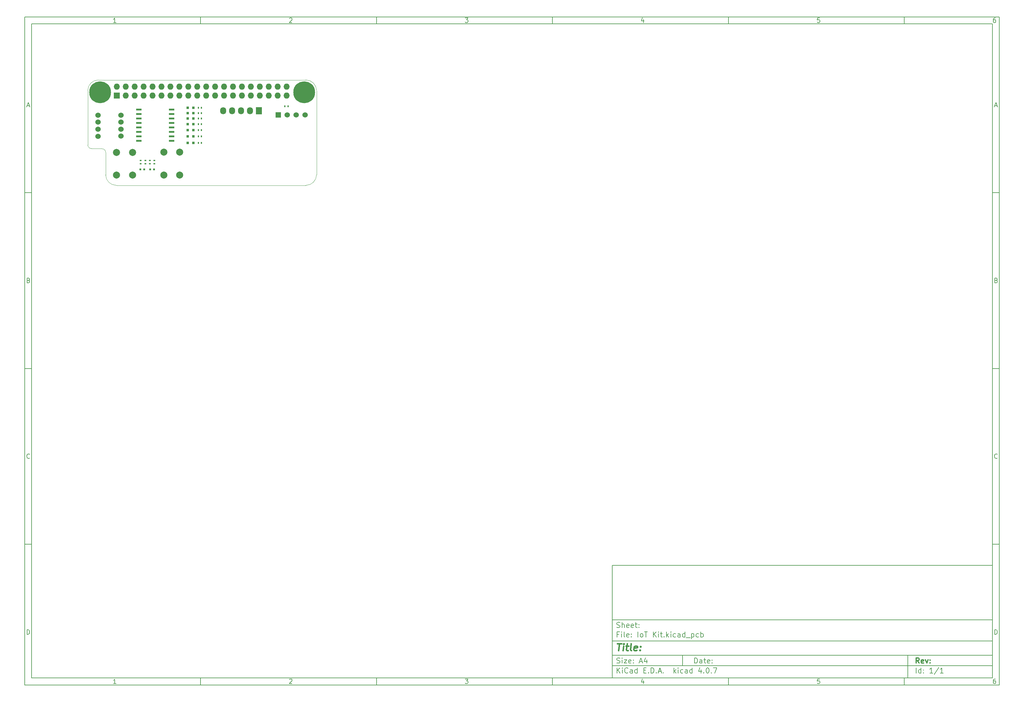
<source format=gbr>
G04 #@! TF.FileFunction,Soldermask,Top*
%FSLAX46Y46*%
G04 Gerber Fmt 4.6, Leading zero omitted, Abs format (unit mm)*
G04 Created by KiCad (PCBNEW 4.0.7) date Thursday 07 December 2017 'o51' 11:51:57*
%MOMM*%
%LPD*%
G01*
G04 APERTURE LIST*
%ADD10C,0.100000*%
%ADD11C,0.150000*%
%ADD12C,0.300000*%
%ADD13C,0.400000*%
%ADD14R,1.727200X2.032000*%
%ADD15O,1.727200X2.032000*%
%ADD16R,1.727200X1.727200*%
%ADD17O,1.727200X1.727200*%
%ADD18C,1.524000*%
%ADD19R,1.524000X1.524000*%
%ADD20C,6.200000*%
%ADD21R,1.500000X0.600000*%
%ADD22C,2.000000*%
%ADD23R,0.600000X0.500000*%
%ADD24R,0.800000X0.800000*%
%ADD25R,0.600000X0.400000*%
%ADD26R,0.400000X0.600000*%
G04 APERTURE END LIST*
D10*
D11*
X177002200Y-166007200D02*
X177002200Y-198007200D01*
X285002200Y-198007200D01*
X285002200Y-166007200D01*
X177002200Y-166007200D01*
D10*
D11*
X10000000Y-10000000D02*
X10000000Y-200007200D01*
X287002200Y-200007200D01*
X287002200Y-10000000D01*
X10000000Y-10000000D01*
D10*
D11*
X12000000Y-12000000D02*
X12000000Y-198007200D01*
X285002200Y-198007200D01*
X285002200Y-12000000D01*
X12000000Y-12000000D01*
D10*
D11*
X60000000Y-12000000D02*
X60000000Y-10000000D01*
D10*
D11*
X110000000Y-12000000D02*
X110000000Y-10000000D01*
D10*
D11*
X160000000Y-12000000D02*
X160000000Y-10000000D01*
D10*
D11*
X210000000Y-12000000D02*
X210000000Y-10000000D01*
D10*
D11*
X260000000Y-12000000D02*
X260000000Y-10000000D01*
D10*
D11*
X35990476Y-11588095D02*
X35247619Y-11588095D01*
X35619048Y-11588095D02*
X35619048Y-10288095D01*
X35495238Y-10473810D01*
X35371429Y-10597619D01*
X35247619Y-10659524D01*
D10*
D11*
X85247619Y-10411905D02*
X85309524Y-10350000D01*
X85433333Y-10288095D01*
X85742857Y-10288095D01*
X85866667Y-10350000D01*
X85928571Y-10411905D01*
X85990476Y-10535714D01*
X85990476Y-10659524D01*
X85928571Y-10845238D01*
X85185714Y-11588095D01*
X85990476Y-11588095D01*
D10*
D11*
X135185714Y-10288095D02*
X135990476Y-10288095D01*
X135557143Y-10783333D01*
X135742857Y-10783333D01*
X135866667Y-10845238D01*
X135928571Y-10907143D01*
X135990476Y-11030952D01*
X135990476Y-11340476D01*
X135928571Y-11464286D01*
X135866667Y-11526190D01*
X135742857Y-11588095D01*
X135371429Y-11588095D01*
X135247619Y-11526190D01*
X135185714Y-11464286D01*
D10*
D11*
X185866667Y-10721429D02*
X185866667Y-11588095D01*
X185557143Y-10226190D02*
X185247619Y-11154762D01*
X186052381Y-11154762D01*
D10*
D11*
X235928571Y-10288095D02*
X235309524Y-10288095D01*
X235247619Y-10907143D01*
X235309524Y-10845238D01*
X235433333Y-10783333D01*
X235742857Y-10783333D01*
X235866667Y-10845238D01*
X235928571Y-10907143D01*
X235990476Y-11030952D01*
X235990476Y-11340476D01*
X235928571Y-11464286D01*
X235866667Y-11526190D01*
X235742857Y-11588095D01*
X235433333Y-11588095D01*
X235309524Y-11526190D01*
X235247619Y-11464286D01*
D10*
D11*
X285866667Y-10288095D02*
X285619048Y-10288095D01*
X285495238Y-10350000D01*
X285433333Y-10411905D01*
X285309524Y-10597619D01*
X285247619Y-10845238D01*
X285247619Y-11340476D01*
X285309524Y-11464286D01*
X285371429Y-11526190D01*
X285495238Y-11588095D01*
X285742857Y-11588095D01*
X285866667Y-11526190D01*
X285928571Y-11464286D01*
X285990476Y-11340476D01*
X285990476Y-11030952D01*
X285928571Y-10907143D01*
X285866667Y-10845238D01*
X285742857Y-10783333D01*
X285495238Y-10783333D01*
X285371429Y-10845238D01*
X285309524Y-10907143D01*
X285247619Y-11030952D01*
D10*
D11*
X60000000Y-198007200D02*
X60000000Y-200007200D01*
D10*
D11*
X110000000Y-198007200D02*
X110000000Y-200007200D01*
D10*
D11*
X160000000Y-198007200D02*
X160000000Y-200007200D01*
D10*
D11*
X210000000Y-198007200D02*
X210000000Y-200007200D01*
D10*
D11*
X260000000Y-198007200D02*
X260000000Y-200007200D01*
D10*
D11*
X35990476Y-199595295D02*
X35247619Y-199595295D01*
X35619048Y-199595295D02*
X35619048Y-198295295D01*
X35495238Y-198481010D01*
X35371429Y-198604819D01*
X35247619Y-198666724D01*
D10*
D11*
X85247619Y-198419105D02*
X85309524Y-198357200D01*
X85433333Y-198295295D01*
X85742857Y-198295295D01*
X85866667Y-198357200D01*
X85928571Y-198419105D01*
X85990476Y-198542914D01*
X85990476Y-198666724D01*
X85928571Y-198852438D01*
X85185714Y-199595295D01*
X85990476Y-199595295D01*
D10*
D11*
X135185714Y-198295295D02*
X135990476Y-198295295D01*
X135557143Y-198790533D01*
X135742857Y-198790533D01*
X135866667Y-198852438D01*
X135928571Y-198914343D01*
X135990476Y-199038152D01*
X135990476Y-199347676D01*
X135928571Y-199471486D01*
X135866667Y-199533390D01*
X135742857Y-199595295D01*
X135371429Y-199595295D01*
X135247619Y-199533390D01*
X135185714Y-199471486D01*
D10*
D11*
X185866667Y-198728629D02*
X185866667Y-199595295D01*
X185557143Y-198233390D02*
X185247619Y-199161962D01*
X186052381Y-199161962D01*
D10*
D11*
X235928571Y-198295295D02*
X235309524Y-198295295D01*
X235247619Y-198914343D01*
X235309524Y-198852438D01*
X235433333Y-198790533D01*
X235742857Y-198790533D01*
X235866667Y-198852438D01*
X235928571Y-198914343D01*
X235990476Y-199038152D01*
X235990476Y-199347676D01*
X235928571Y-199471486D01*
X235866667Y-199533390D01*
X235742857Y-199595295D01*
X235433333Y-199595295D01*
X235309524Y-199533390D01*
X235247619Y-199471486D01*
D10*
D11*
X285866667Y-198295295D02*
X285619048Y-198295295D01*
X285495238Y-198357200D01*
X285433333Y-198419105D01*
X285309524Y-198604819D01*
X285247619Y-198852438D01*
X285247619Y-199347676D01*
X285309524Y-199471486D01*
X285371429Y-199533390D01*
X285495238Y-199595295D01*
X285742857Y-199595295D01*
X285866667Y-199533390D01*
X285928571Y-199471486D01*
X285990476Y-199347676D01*
X285990476Y-199038152D01*
X285928571Y-198914343D01*
X285866667Y-198852438D01*
X285742857Y-198790533D01*
X285495238Y-198790533D01*
X285371429Y-198852438D01*
X285309524Y-198914343D01*
X285247619Y-199038152D01*
D10*
D11*
X10000000Y-60000000D02*
X12000000Y-60000000D01*
D10*
D11*
X10000000Y-110000000D02*
X12000000Y-110000000D01*
D10*
D11*
X10000000Y-160000000D02*
X12000000Y-160000000D01*
D10*
D11*
X10690476Y-35216667D02*
X11309524Y-35216667D01*
X10566667Y-35588095D02*
X11000000Y-34288095D01*
X11433333Y-35588095D01*
D10*
D11*
X11092857Y-84907143D02*
X11278571Y-84969048D01*
X11340476Y-85030952D01*
X11402381Y-85154762D01*
X11402381Y-85340476D01*
X11340476Y-85464286D01*
X11278571Y-85526190D01*
X11154762Y-85588095D01*
X10659524Y-85588095D01*
X10659524Y-84288095D01*
X11092857Y-84288095D01*
X11216667Y-84350000D01*
X11278571Y-84411905D01*
X11340476Y-84535714D01*
X11340476Y-84659524D01*
X11278571Y-84783333D01*
X11216667Y-84845238D01*
X11092857Y-84907143D01*
X10659524Y-84907143D01*
D10*
D11*
X11402381Y-135464286D02*
X11340476Y-135526190D01*
X11154762Y-135588095D01*
X11030952Y-135588095D01*
X10845238Y-135526190D01*
X10721429Y-135402381D01*
X10659524Y-135278571D01*
X10597619Y-135030952D01*
X10597619Y-134845238D01*
X10659524Y-134597619D01*
X10721429Y-134473810D01*
X10845238Y-134350000D01*
X11030952Y-134288095D01*
X11154762Y-134288095D01*
X11340476Y-134350000D01*
X11402381Y-134411905D01*
D10*
D11*
X10659524Y-185588095D02*
X10659524Y-184288095D01*
X10969048Y-184288095D01*
X11154762Y-184350000D01*
X11278571Y-184473810D01*
X11340476Y-184597619D01*
X11402381Y-184845238D01*
X11402381Y-185030952D01*
X11340476Y-185278571D01*
X11278571Y-185402381D01*
X11154762Y-185526190D01*
X10969048Y-185588095D01*
X10659524Y-185588095D01*
D10*
D11*
X287002200Y-60000000D02*
X285002200Y-60000000D01*
D10*
D11*
X287002200Y-110000000D02*
X285002200Y-110000000D01*
D10*
D11*
X287002200Y-160000000D02*
X285002200Y-160000000D01*
D10*
D11*
X285692676Y-35216667D02*
X286311724Y-35216667D01*
X285568867Y-35588095D02*
X286002200Y-34288095D01*
X286435533Y-35588095D01*
D10*
D11*
X286095057Y-84907143D02*
X286280771Y-84969048D01*
X286342676Y-85030952D01*
X286404581Y-85154762D01*
X286404581Y-85340476D01*
X286342676Y-85464286D01*
X286280771Y-85526190D01*
X286156962Y-85588095D01*
X285661724Y-85588095D01*
X285661724Y-84288095D01*
X286095057Y-84288095D01*
X286218867Y-84350000D01*
X286280771Y-84411905D01*
X286342676Y-84535714D01*
X286342676Y-84659524D01*
X286280771Y-84783333D01*
X286218867Y-84845238D01*
X286095057Y-84907143D01*
X285661724Y-84907143D01*
D10*
D11*
X286404581Y-135464286D02*
X286342676Y-135526190D01*
X286156962Y-135588095D01*
X286033152Y-135588095D01*
X285847438Y-135526190D01*
X285723629Y-135402381D01*
X285661724Y-135278571D01*
X285599819Y-135030952D01*
X285599819Y-134845238D01*
X285661724Y-134597619D01*
X285723629Y-134473810D01*
X285847438Y-134350000D01*
X286033152Y-134288095D01*
X286156962Y-134288095D01*
X286342676Y-134350000D01*
X286404581Y-134411905D01*
D10*
D11*
X285661724Y-185588095D02*
X285661724Y-184288095D01*
X285971248Y-184288095D01*
X286156962Y-184350000D01*
X286280771Y-184473810D01*
X286342676Y-184597619D01*
X286404581Y-184845238D01*
X286404581Y-185030952D01*
X286342676Y-185278571D01*
X286280771Y-185402381D01*
X286156962Y-185526190D01*
X285971248Y-185588095D01*
X285661724Y-185588095D01*
D10*
D11*
X200359343Y-193785771D02*
X200359343Y-192285771D01*
X200716486Y-192285771D01*
X200930771Y-192357200D01*
X201073629Y-192500057D01*
X201145057Y-192642914D01*
X201216486Y-192928629D01*
X201216486Y-193142914D01*
X201145057Y-193428629D01*
X201073629Y-193571486D01*
X200930771Y-193714343D01*
X200716486Y-193785771D01*
X200359343Y-193785771D01*
X202502200Y-193785771D02*
X202502200Y-193000057D01*
X202430771Y-192857200D01*
X202287914Y-192785771D01*
X202002200Y-192785771D01*
X201859343Y-192857200D01*
X202502200Y-193714343D02*
X202359343Y-193785771D01*
X202002200Y-193785771D01*
X201859343Y-193714343D01*
X201787914Y-193571486D01*
X201787914Y-193428629D01*
X201859343Y-193285771D01*
X202002200Y-193214343D01*
X202359343Y-193214343D01*
X202502200Y-193142914D01*
X203002200Y-192785771D02*
X203573629Y-192785771D01*
X203216486Y-192285771D02*
X203216486Y-193571486D01*
X203287914Y-193714343D01*
X203430772Y-193785771D01*
X203573629Y-193785771D01*
X204645057Y-193714343D02*
X204502200Y-193785771D01*
X204216486Y-193785771D01*
X204073629Y-193714343D01*
X204002200Y-193571486D01*
X204002200Y-193000057D01*
X204073629Y-192857200D01*
X204216486Y-192785771D01*
X204502200Y-192785771D01*
X204645057Y-192857200D01*
X204716486Y-193000057D01*
X204716486Y-193142914D01*
X204002200Y-193285771D01*
X205359343Y-193642914D02*
X205430771Y-193714343D01*
X205359343Y-193785771D01*
X205287914Y-193714343D01*
X205359343Y-193642914D01*
X205359343Y-193785771D01*
X205359343Y-192857200D02*
X205430771Y-192928629D01*
X205359343Y-193000057D01*
X205287914Y-192928629D01*
X205359343Y-192857200D01*
X205359343Y-193000057D01*
D10*
D11*
X177002200Y-194507200D02*
X285002200Y-194507200D01*
D10*
D11*
X178359343Y-196585771D02*
X178359343Y-195085771D01*
X179216486Y-196585771D02*
X178573629Y-195728629D01*
X179216486Y-195085771D02*
X178359343Y-195942914D01*
X179859343Y-196585771D02*
X179859343Y-195585771D01*
X179859343Y-195085771D02*
X179787914Y-195157200D01*
X179859343Y-195228629D01*
X179930771Y-195157200D01*
X179859343Y-195085771D01*
X179859343Y-195228629D01*
X181430772Y-196442914D02*
X181359343Y-196514343D01*
X181145057Y-196585771D01*
X181002200Y-196585771D01*
X180787915Y-196514343D01*
X180645057Y-196371486D01*
X180573629Y-196228629D01*
X180502200Y-195942914D01*
X180502200Y-195728629D01*
X180573629Y-195442914D01*
X180645057Y-195300057D01*
X180787915Y-195157200D01*
X181002200Y-195085771D01*
X181145057Y-195085771D01*
X181359343Y-195157200D01*
X181430772Y-195228629D01*
X182716486Y-196585771D02*
X182716486Y-195800057D01*
X182645057Y-195657200D01*
X182502200Y-195585771D01*
X182216486Y-195585771D01*
X182073629Y-195657200D01*
X182716486Y-196514343D02*
X182573629Y-196585771D01*
X182216486Y-196585771D01*
X182073629Y-196514343D01*
X182002200Y-196371486D01*
X182002200Y-196228629D01*
X182073629Y-196085771D01*
X182216486Y-196014343D01*
X182573629Y-196014343D01*
X182716486Y-195942914D01*
X184073629Y-196585771D02*
X184073629Y-195085771D01*
X184073629Y-196514343D02*
X183930772Y-196585771D01*
X183645058Y-196585771D01*
X183502200Y-196514343D01*
X183430772Y-196442914D01*
X183359343Y-196300057D01*
X183359343Y-195871486D01*
X183430772Y-195728629D01*
X183502200Y-195657200D01*
X183645058Y-195585771D01*
X183930772Y-195585771D01*
X184073629Y-195657200D01*
X185930772Y-195800057D02*
X186430772Y-195800057D01*
X186645058Y-196585771D02*
X185930772Y-196585771D01*
X185930772Y-195085771D01*
X186645058Y-195085771D01*
X187287915Y-196442914D02*
X187359343Y-196514343D01*
X187287915Y-196585771D01*
X187216486Y-196514343D01*
X187287915Y-196442914D01*
X187287915Y-196585771D01*
X188002201Y-196585771D02*
X188002201Y-195085771D01*
X188359344Y-195085771D01*
X188573629Y-195157200D01*
X188716487Y-195300057D01*
X188787915Y-195442914D01*
X188859344Y-195728629D01*
X188859344Y-195942914D01*
X188787915Y-196228629D01*
X188716487Y-196371486D01*
X188573629Y-196514343D01*
X188359344Y-196585771D01*
X188002201Y-196585771D01*
X189502201Y-196442914D02*
X189573629Y-196514343D01*
X189502201Y-196585771D01*
X189430772Y-196514343D01*
X189502201Y-196442914D01*
X189502201Y-196585771D01*
X190145058Y-196157200D02*
X190859344Y-196157200D01*
X190002201Y-196585771D02*
X190502201Y-195085771D01*
X191002201Y-196585771D01*
X191502201Y-196442914D02*
X191573629Y-196514343D01*
X191502201Y-196585771D01*
X191430772Y-196514343D01*
X191502201Y-196442914D01*
X191502201Y-196585771D01*
X194502201Y-196585771D02*
X194502201Y-195085771D01*
X194645058Y-196014343D02*
X195073629Y-196585771D01*
X195073629Y-195585771D02*
X194502201Y-196157200D01*
X195716487Y-196585771D02*
X195716487Y-195585771D01*
X195716487Y-195085771D02*
X195645058Y-195157200D01*
X195716487Y-195228629D01*
X195787915Y-195157200D01*
X195716487Y-195085771D01*
X195716487Y-195228629D01*
X197073630Y-196514343D02*
X196930773Y-196585771D01*
X196645059Y-196585771D01*
X196502201Y-196514343D01*
X196430773Y-196442914D01*
X196359344Y-196300057D01*
X196359344Y-195871486D01*
X196430773Y-195728629D01*
X196502201Y-195657200D01*
X196645059Y-195585771D01*
X196930773Y-195585771D01*
X197073630Y-195657200D01*
X198359344Y-196585771D02*
X198359344Y-195800057D01*
X198287915Y-195657200D01*
X198145058Y-195585771D01*
X197859344Y-195585771D01*
X197716487Y-195657200D01*
X198359344Y-196514343D02*
X198216487Y-196585771D01*
X197859344Y-196585771D01*
X197716487Y-196514343D01*
X197645058Y-196371486D01*
X197645058Y-196228629D01*
X197716487Y-196085771D01*
X197859344Y-196014343D01*
X198216487Y-196014343D01*
X198359344Y-195942914D01*
X199716487Y-196585771D02*
X199716487Y-195085771D01*
X199716487Y-196514343D02*
X199573630Y-196585771D01*
X199287916Y-196585771D01*
X199145058Y-196514343D01*
X199073630Y-196442914D01*
X199002201Y-196300057D01*
X199002201Y-195871486D01*
X199073630Y-195728629D01*
X199145058Y-195657200D01*
X199287916Y-195585771D01*
X199573630Y-195585771D01*
X199716487Y-195657200D01*
X202216487Y-195585771D02*
X202216487Y-196585771D01*
X201859344Y-195014343D02*
X201502201Y-196085771D01*
X202430773Y-196085771D01*
X203002201Y-196442914D02*
X203073629Y-196514343D01*
X203002201Y-196585771D01*
X202930772Y-196514343D01*
X203002201Y-196442914D01*
X203002201Y-196585771D01*
X204002201Y-195085771D02*
X204145058Y-195085771D01*
X204287915Y-195157200D01*
X204359344Y-195228629D01*
X204430773Y-195371486D01*
X204502201Y-195657200D01*
X204502201Y-196014343D01*
X204430773Y-196300057D01*
X204359344Y-196442914D01*
X204287915Y-196514343D01*
X204145058Y-196585771D01*
X204002201Y-196585771D01*
X203859344Y-196514343D01*
X203787915Y-196442914D01*
X203716487Y-196300057D01*
X203645058Y-196014343D01*
X203645058Y-195657200D01*
X203716487Y-195371486D01*
X203787915Y-195228629D01*
X203859344Y-195157200D01*
X204002201Y-195085771D01*
X205145058Y-196442914D02*
X205216486Y-196514343D01*
X205145058Y-196585771D01*
X205073629Y-196514343D01*
X205145058Y-196442914D01*
X205145058Y-196585771D01*
X205716487Y-195085771D02*
X206716487Y-195085771D01*
X206073630Y-196585771D01*
D10*
D11*
X177002200Y-191507200D02*
X285002200Y-191507200D01*
D10*
D12*
X264216486Y-193785771D02*
X263716486Y-193071486D01*
X263359343Y-193785771D02*
X263359343Y-192285771D01*
X263930771Y-192285771D01*
X264073629Y-192357200D01*
X264145057Y-192428629D01*
X264216486Y-192571486D01*
X264216486Y-192785771D01*
X264145057Y-192928629D01*
X264073629Y-193000057D01*
X263930771Y-193071486D01*
X263359343Y-193071486D01*
X265430771Y-193714343D02*
X265287914Y-193785771D01*
X265002200Y-193785771D01*
X264859343Y-193714343D01*
X264787914Y-193571486D01*
X264787914Y-193000057D01*
X264859343Y-192857200D01*
X265002200Y-192785771D01*
X265287914Y-192785771D01*
X265430771Y-192857200D01*
X265502200Y-193000057D01*
X265502200Y-193142914D01*
X264787914Y-193285771D01*
X266002200Y-192785771D02*
X266359343Y-193785771D01*
X266716485Y-192785771D01*
X267287914Y-193642914D02*
X267359342Y-193714343D01*
X267287914Y-193785771D01*
X267216485Y-193714343D01*
X267287914Y-193642914D01*
X267287914Y-193785771D01*
X267287914Y-192857200D02*
X267359342Y-192928629D01*
X267287914Y-193000057D01*
X267216485Y-192928629D01*
X267287914Y-192857200D01*
X267287914Y-193000057D01*
D10*
D11*
X178287914Y-193714343D02*
X178502200Y-193785771D01*
X178859343Y-193785771D01*
X179002200Y-193714343D01*
X179073629Y-193642914D01*
X179145057Y-193500057D01*
X179145057Y-193357200D01*
X179073629Y-193214343D01*
X179002200Y-193142914D01*
X178859343Y-193071486D01*
X178573629Y-193000057D01*
X178430771Y-192928629D01*
X178359343Y-192857200D01*
X178287914Y-192714343D01*
X178287914Y-192571486D01*
X178359343Y-192428629D01*
X178430771Y-192357200D01*
X178573629Y-192285771D01*
X178930771Y-192285771D01*
X179145057Y-192357200D01*
X179787914Y-193785771D02*
X179787914Y-192785771D01*
X179787914Y-192285771D02*
X179716485Y-192357200D01*
X179787914Y-192428629D01*
X179859342Y-192357200D01*
X179787914Y-192285771D01*
X179787914Y-192428629D01*
X180359343Y-192785771D02*
X181145057Y-192785771D01*
X180359343Y-193785771D01*
X181145057Y-193785771D01*
X182287914Y-193714343D02*
X182145057Y-193785771D01*
X181859343Y-193785771D01*
X181716486Y-193714343D01*
X181645057Y-193571486D01*
X181645057Y-193000057D01*
X181716486Y-192857200D01*
X181859343Y-192785771D01*
X182145057Y-192785771D01*
X182287914Y-192857200D01*
X182359343Y-193000057D01*
X182359343Y-193142914D01*
X181645057Y-193285771D01*
X183002200Y-193642914D02*
X183073628Y-193714343D01*
X183002200Y-193785771D01*
X182930771Y-193714343D01*
X183002200Y-193642914D01*
X183002200Y-193785771D01*
X183002200Y-192857200D02*
X183073628Y-192928629D01*
X183002200Y-193000057D01*
X182930771Y-192928629D01*
X183002200Y-192857200D01*
X183002200Y-193000057D01*
X184787914Y-193357200D02*
X185502200Y-193357200D01*
X184645057Y-193785771D02*
X185145057Y-192285771D01*
X185645057Y-193785771D01*
X186787914Y-192785771D02*
X186787914Y-193785771D01*
X186430771Y-192214343D02*
X186073628Y-193285771D01*
X187002200Y-193285771D01*
D10*
D11*
X263359343Y-196585771D02*
X263359343Y-195085771D01*
X264716486Y-196585771D02*
X264716486Y-195085771D01*
X264716486Y-196514343D02*
X264573629Y-196585771D01*
X264287915Y-196585771D01*
X264145057Y-196514343D01*
X264073629Y-196442914D01*
X264002200Y-196300057D01*
X264002200Y-195871486D01*
X264073629Y-195728629D01*
X264145057Y-195657200D01*
X264287915Y-195585771D01*
X264573629Y-195585771D01*
X264716486Y-195657200D01*
X265430772Y-196442914D02*
X265502200Y-196514343D01*
X265430772Y-196585771D01*
X265359343Y-196514343D01*
X265430772Y-196442914D01*
X265430772Y-196585771D01*
X265430772Y-195657200D02*
X265502200Y-195728629D01*
X265430772Y-195800057D01*
X265359343Y-195728629D01*
X265430772Y-195657200D01*
X265430772Y-195800057D01*
X268073629Y-196585771D02*
X267216486Y-196585771D01*
X267645058Y-196585771D02*
X267645058Y-195085771D01*
X267502201Y-195300057D01*
X267359343Y-195442914D01*
X267216486Y-195514343D01*
X269787914Y-195014343D02*
X268502200Y-196942914D01*
X271073629Y-196585771D02*
X270216486Y-196585771D01*
X270645058Y-196585771D02*
X270645058Y-195085771D01*
X270502201Y-195300057D01*
X270359343Y-195442914D01*
X270216486Y-195514343D01*
D10*
D11*
X177002200Y-187507200D02*
X285002200Y-187507200D01*
D10*
D13*
X178454581Y-188211962D02*
X179597438Y-188211962D01*
X178776010Y-190211962D02*
X179026010Y-188211962D01*
X180014105Y-190211962D02*
X180180771Y-188878629D01*
X180264105Y-188211962D02*
X180156962Y-188307200D01*
X180240295Y-188402438D01*
X180347439Y-188307200D01*
X180264105Y-188211962D01*
X180240295Y-188402438D01*
X180847438Y-188878629D02*
X181609343Y-188878629D01*
X181216486Y-188211962D02*
X181002200Y-189926248D01*
X181073630Y-190116724D01*
X181252201Y-190211962D01*
X181442677Y-190211962D01*
X182395058Y-190211962D02*
X182216487Y-190116724D01*
X182145057Y-189926248D01*
X182359343Y-188211962D01*
X183930772Y-190116724D02*
X183728391Y-190211962D01*
X183347439Y-190211962D01*
X183168867Y-190116724D01*
X183097438Y-189926248D01*
X183192676Y-189164343D01*
X183311724Y-188973867D01*
X183514105Y-188878629D01*
X183895057Y-188878629D01*
X184073629Y-188973867D01*
X184145057Y-189164343D01*
X184121248Y-189354819D01*
X183145057Y-189545295D01*
X184895057Y-190021486D02*
X184978392Y-190116724D01*
X184871248Y-190211962D01*
X184787915Y-190116724D01*
X184895057Y-190021486D01*
X184871248Y-190211962D01*
X185026010Y-188973867D02*
X185109344Y-189069105D01*
X185002200Y-189164343D01*
X184918867Y-189069105D01*
X185026010Y-188973867D01*
X185002200Y-189164343D01*
D10*
D11*
X178859343Y-185600057D02*
X178359343Y-185600057D01*
X178359343Y-186385771D02*
X178359343Y-184885771D01*
X179073629Y-184885771D01*
X179645057Y-186385771D02*
X179645057Y-185385771D01*
X179645057Y-184885771D02*
X179573628Y-184957200D01*
X179645057Y-185028629D01*
X179716485Y-184957200D01*
X179645057Y-184885771D01*
X179645057Y-185028629D01*
X180573629Y-186385771D02*
X180430771Y-186314343D01*
X180359343Y-186171486D01*
X180359343Y-184885771D01*
X181716485Y-186314343D02*
X181573628Y-186385771D01*
X181287914Y-186385771D01*
X181145057Y-186314343D01*
X181073628Y-186171486D01*
X181073628Y-185600057D01*
X181145057Y-185457200D01*
X181287914Y-185385771D01*
X181573628Y-185385771D01*
X181716485Y-185457200D01*
X181787914Y-185600057D01*
X181787914Y-185742914D01*
X181073628Y-185885771D01*
X182430771Y-186242914D02*
X182502199Y-186314343D01*
X182430771Y-186385771D01*
X182359342Y-186314343D01*
X182430771Y-186242914D01*
X182430771Y-186385771D01*
X182430771Y-185457200D02*
X182502199Y-185528629D01*
X182430771Y-185600057D01*
X182359342Y-185528629D01*
X182430771Y-185457200D01*
X182430771Y-185600057D01*
X184287914Y-186385771D02*
X184287914Y-184885771D01*
X185216486Y-186385771D02*
X185073628Y-186314343D01*
X185002200Y-186242914D01*
X184930771Y-186100057D01*
X184930771Y-185671486D01*
X185002200Y-185528629D01*
X185073628Y-185457200D01*
X185216486Y-185385771D01*
X185430771Y-185385771D01*
X185573628Y-185457200D01*
X185645057Y-185528629D01*
X185716486Y-185671486D01*
X185716486Y-186100057D01*
X185645057Y-186242914D01*
X185573628Y-186314343D01*
X185430771Y-186385771D01*
X185216486Y-186385771D01*
X186145057Y-184885771D02*
X187002200Y-184885771D01*
X186573629Y-186385771D02*
X186573629Y-184885771D01*
X188645057Y-186385771D02*
X188645057Y-184885771D01*
X189502200Y-186385771D02*
X188859343Y-185528629D01*
X189502200Y-184885771D02*
X188645057Y-185742914D01*
X190145057Y-186385771D02*
X190145057Y-185385771D01*
X190145057Y-184885771D02*
X190073628Y-184957200D01*
X190145057Y-185028629D01*
X190216485Y-184957200D01*
X190145057Y-184885771D01*
X190145057Y-185028629D01*
X190645057Y-185385771D02*
X191216486Y-185385771D01*
X190859343Y-184885771D02*
X190859343Y-186171486D01*
X190930771Y-186314343D01*
X191073629Y-186385771D01*
X191216486Y-186385771D01*
X191716486Y-186242914D02*
X191787914Y-186314343D01*
X191716486Y-186385771D01*
X191645057Y-186314343D01*
X191716486Y-186242914D01*
X191716486Y-186385771D01*
X192430772Y-186385771D02*
X192430772Y-184885771D01*
X192573629Y-185814343D02*
X193002200Y-186385771D01*
X193002200Y-185385771D02*
X192430772Y-185957200D01*
X193645058Y-186385771D02*
X193645058Y-185385771D01*
X193645058Y-184885771D02*
X193573629Y-184957200D01*
X193645058Y-185028629D01*
X193716486Y-184957200D01*
X193645058Y-184885771D01*
X193645058Y-185028629D01*
X195002201Y-186314343D02*
X194859344Y-186385771D01*
X194573630Y-186385771D01*
X194430772Y-186314343D01*
X194359344Y-186242914D01*
X194287915Y-186100057D01*
X194287915Y-185671486D01*
X194359344Y-185528629D01*
X194430772Y-185457200D01*
X194573630Y-185385771D01*
X194859344Y-185385771D01*
X195002201Y-185457200D01*
X196287915Y-186385771D02*
X196287915Y-185600057D01*
X196216486Y-185457200D01*
X196073629Y-185385771D01*
X195787915Y-185385771D01*
X195645058Y-185457200D01*
X196287915Y-186314343D02*
X196145058Y-186385771D01*
X195787915Y-186385771D01*
X195645058Y-186314343D01*
X195573629Y-186171486D01*
X195573629Y-186028629D01*
X195645058Y-185885771D01*
X195787915Y-185814343D01*
X196145058Y-185814343D01*
X196287915Y-185742914D01*
X197645058Y-186385771D02*
X197645058Y-184885771D01*
X197645058Y-186314343D02*
X197502201Y-186385771D01*
X197216487Y-186385771D01*
X197073629Y-186314343D01*
X197002201Y-186242914D01*
X196930772Y-186100057D01*
X196930772Y-185671486D01*
X197002201Y-185528629D01*
X197073629Y-185457200D01*
X197216487Y-185385771D01*
X197502201Y-185385771D01*
X197645058Y-185457200D01*
X198002201Y-186528629D02*
X199145058Y-186528629D01*
X199502201Y-185385771D02*
X199502201Y-186885771D01*
X199502201Y-185457200D02*
X199645058Y-185385771D01*
X199930772Y-185385771D01*
X200073629Y-185457200D01*
X200145058Y-185528629D01*
X200216487Y-185671486D01*
X200216487Y-186100057D01*
X200145058Y-186242914D01*
X200073629Y-186314343D01*
X199930772Y-186385771D01*
X199645058Y-186385771D01*
X199502201Y-186314343D01*
X201502201Y-186314343D02*
X201359344Y-186385771D01*
X201073630Y-186385771D01*
X200930772Y-186314343D01*
X200859344Y-186242914D01*
X200787915Y-186100057D01*
X200787915Y-185671486D01*
X200859344Y-185528629D01*
X200930772Y-185457200D01*
X201073630Y-185385771D01*
X201359344Y-185385771D01*
X201502201Y-185457200D01*
X202145058Y-186385771D02*
X202145058Y-184885771D01*
X202145058Y-185457200D02*
X202287915Y-185385771D01*
X202573629Y-185385771D01*
X202716486Y-185457200D01*
X202787915Y-185528629D01*
X202859344Y-185671486D01*
X202859344Y-186100057D01*
X202787915Y-186242914D01*
X202716486Y-186314343D01*
X202573629Y-186385771D01*
X202287915Y-186385771D01*
X202145058Y-186314343D01*
D10*
D11*
X177002200Y-181507200D02*
X285002200Y-181507200D01*
D10*
D11*
X178287914Y-183614343D02*
X178502200Y-183685771D01*
X178859343Y-183685771D01*
X179002200Y-183614343D01*
X179073629Y-183542914D01*
X179145057Y-183400057D01*
X179145057Y-183257200D01*
X179073629Y-183114343D01*
X179002200Y-183042914D01*
X178859343Y-182971486D01*
X178573629Y-182900057D01*
X178430771Y-182828629D01*
X178359343Y-182757200D01*
X178287914Y-182614343D01*
X178287914Y-182471486D01*
X178359343Y-182328629D01*
X178430771Y-182257200D01*
X178573629Y-182185771D01*
X178930771Y-182185771D01*
X179145057Y-182257200D01*
X179787914Y-183685771D02*
X179787914Y-182185771D01*
X180430771Y-183685771D02*
X180430771Y-182900057D01*
X180359342Y-182757200D01*
X180216485Y-182685771D01*
X180002200Y-182685771D01*
X179859342Y-182757200D01*
X179787914Y-182828629D01*
X181716485Y-183614343D02*
X181573628Y-183685771D01*
X181287914Y-183685771D01*
X181145057Y-183614343D01*
X181073628Y-183471486D01*
X181073628Y-182900057D01*
X181145057Y-182757200D01*
X181287914Y-182685771D01*
X181573628Y-182685771D01*
X181716485Y-182757200D01*
X181787914Y-182900057D01*
X181787914Y-183042914D01*
X181073628Y-183185771D01*
X183002199Y-183614343D02*
X182859342Y-183685771D01*
X182573628Y-183685771D01*
X182430771Y-183614343D01*
X182359342Y-183471486D01*
X182359342Y-182900057D01*
X182430771Y-182757200D01*
X182573628Y-182685771D01*
X182859342Y-182685771D01*
X183002199Y-182757200D01*
X183073628Y-182900057D01*
X183073628Y-183042914D01*
X182359342Y-183185771D01*
X183502199Y-182685771D02*
X184073628Y-182685771D01*
X183716485Y-182185771D02*
X183716485Y-183471486D01*
X183787913Y-183614343D01*
X183930771Y-183685771D01*
X184073628Y-183685771D01*
X184573628Y-183542914D02*
X184645056Y-183614343D01*
X184573628Y-183685771D01*
X184502199Y-183614343D01*
X184573628Y-183542914D01*
X184573628Y-183685771D01*
X184573628Y-182757200D02*
X184645056Y-182828629D01*
X184573628Y-182900057D01*
X184502199Y-182828629D01*
X184573628Y-182757200D01*
X184573628Y-182900057D01*
D10*
D11*
X197002200Y-191507200D02*
X197002200Y-194507200D01*
D10*
D11*
X261002200Y-191507200D02*
X261002200Y-198007200D01*
D10*
X92964000Y-30988000D02*
X92964000Y-54864000D01*
X92940000Y-30932000D02*
G75*
G03X89940000Y-27932000I-3000000J0D01*
G01*
X89940000Y-57897000D02*
G75*
G03X92940000Y-54897000I0J3000000D01*
G01*
X36068000Y-57912000D02*
X89916000Y-57912000D01*
X33020000Y-48514000D02*
G75*
G03X32004000Y-47498000I-1016000J0D01*
G01*
X33020000Y-54991000D02*
X33020000Y-48514000D01*
X27940000Y-30962600D02*
X27940000Y-46456600D01*
X30940000Y-27932000D02*
X89940000Y-27932000D01*
X30940000Y-27932000D02*
G75*
G03X27940000Y-30932000I0J-3000000D01*
G01*
X27940000Y-46432000D02*
G75*
G03X28940000Y-47432000I1000000J0D01*
G01*
X33020000Y-54897000D02*
G75*
G03X36020000Y-57897000I3000000J0D01*
G01*
X28940000Y-47432000D02*
X31940000Y-47432000D01*
D14*
X76581000Y-36703000D03*
D15*
X74041000Y-36703000D03*
X71501000Y-36703000D03*
X68961000Y-36703000D03*
X66421000Y-36703000D03*
D16*
X36195000Y-32385000D03*
D17*
X36195000Y-29845000D03*
X38735000Y-32385000D03*
X38735000Y-29845000D03*
X41275000Y-32385000D03*
X41275000Y-29845000D03*
X43815000Y-32385000D03*
X43815000Y-29845000D03*
X46355000Y-32385000D03*
X46355000Y-29845000D03*
X48895000Y-32385000D03*
X48895000Y-29845000D03*
X51435000Y-32385000D03*
X51435000Y-29845000D03*
X53975000Y-32385000D03*
X53975000Y-29845000D03*
X56515000Y-32385000D03*
X56515000Y-29845000D03*
X59055000Y-32385000D03*
X59055000Y-29845000D03*
X61595000Y-32385000D03*
X61595000Y-29845000D03*
X64135000Y-32385000D03*
X64135000Y-29845000D03*
X66675000Y-32385000D03*
X66675000Y-29845000D03*
X69215000Y-32385000D03*
X69215000Y-29845000D03*
X71755000Y-32385000D03*
X71755000Y-29845000D03*
X74295000Y-32385000D03*
X74295000Y-29845000D03*
X76835000Y-32385000D03*
X76835000Y-29845000D03*
X79375000Y-32385000D03*
X79375000Y-29845000D03*
X81915000Y-32385000D03*
X81915000Y-29845000D03*
X84455000Y-32385000D03*
X84455000Y-29845000D03*
D18*
X30886400Y-43942000D03*
X30886400Y-41942000D03*
X30886400Y-39942000D03*
X30886400Y-37942000D03*
D19*
X82042000Y-37846000D03*
D18*
X84582000Y-37846000D03*
X87122000Y-37846000D03*
X89662000Y-37846000D03*
D20*
X89440000Y-31432000D03*
D21*
X42467000Y-36322000D03*
X42467000Y-37592000D03*
X42467000Y-38862000D03*
X42467000Y-40132000D03*
X42467000Y-41402000D03*
X42467000Y-42672000D03*
X42467000Y-43942000D03*
X42467000Y-45212000D03*
X51767000Y-45212000D03*
X51767000Y-43942000D03*
X51767000Y-42672000D03*
X51767000Y-41402000D03*
X51767000Y-40132000D03*
X51767000Y-38862000D03*
X51767000Y-37592000D03*
X51767000Y-36322000D03*
D20*
X31440000Y-31432000D03*
D22*
X36140000Y-48514000D03*
X40640000Y-48514000D03*
X36140000Y-55014000D03*
X40640000Y-55014000D03*
X54030000Y-54991000D03*
X49530000Y-54991000D03*
X54030000Y-48491000D03*
X49530000Y-48491000D03*
D23*
X43984000Y-53340000D03*
X42884000Y-53340000D03*
X46778000Y-53340000D03*
X45678000Y-53340000D03*
D24*
X56350000Y-45847000D03*
X57950000Y-45847000D03*
X56350000Y-43942000D03*
X57950000Y-43942000D03*
X56350000Y-42164000D03*
X57950000Y-42164000D03*
X56350000Y-40513000D03*
X57950000Y-40513000D03*
X56350000Y-38862000D03*
X57950000Y-38862000D03*
X56350000Y-37338000D03*
X57950000Y-37338000D03*
X56350000Y-35814000D03*
X57950000Y-35814000D03*
D25*
X42926000Y-51758000D03*
X42926000Y-50858000D03*
X44323000Y-50858000D03*
X44323000Y-51758000D03*
D26*
X59367000Y-45847000D03*
X60267000Y-45847000D03*
D25*
X45593000Y-50858000D03*
X45593000Y-51758000D03*
D26*
X59367000Y-43942000D03*
X60267000Y-43942000D03*
D25*
X46863000Y-50858000D03*
X46863000Y-51758000D03*
D26*
X59367000Y-42164000D03*
X60267000Y-42164000D03*
X59367000Y-40513000D03*
X60267000Y-40513000D03*
X59367000Y-38862000D03*
X60267000Y-38862000D03*
X59367000Y-37338000D03*
X60267000Y-37338000D03*
X59367000Y-35814000D03*
X60267000Y-35814000D03*
X84854200Y-35433000D03*
X83954200Y-35433000D03*
D18*
X37338000Y-43916600D03*
X37338000Y-41916600D03*
X37338000Y-39916600D03*
X37338000Y-37916600D03*
M02*

</source>
